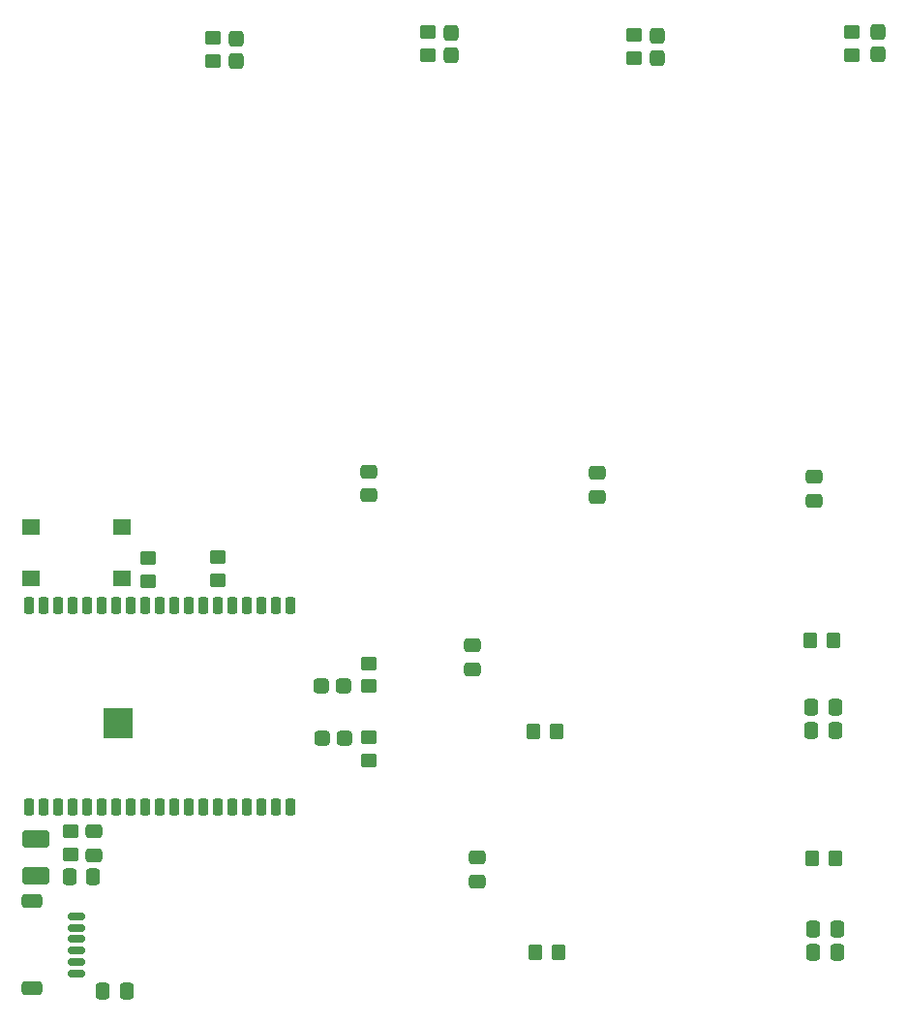
<source format=gbr>
%TF.GenerationSoftware,KiCad,Pcbnew,(6.0.2)*%
%TF.CreationDate,2022-05-13T11:42:35+02:00*%
%TF.ProjectId,shake-it-machine_pcb,7368616b-652d-4697-942d-6d616368696e,rev?*%
%TF.SameCoordinates,PXfad648a0PYf0f792d2*%
%TF.FileFunction,Paste,Top*%
%TF.FilePolarity,Positive*%
%FSLAX46Y46*%
G04 Gerber Fmt 4.6, Leading zero omitted, Abs format (unit mm)*
G04 Created by KiCad (PCBNEW (6.0.2)) date 2022-05-13 11:42:35*
%MOMM*%
%LPD*%
G01*
G04 APERTURE LIST*
G04 Aperture macros list*
%AMRoundRect*
0 Rectangle with rounded corners*
0 $1 Rounding radius*
0 $2 $3 $4 $5 $6 $7 $8 $9 X,Y pos of 4 corners*
0 Add a 4 corners polygon primitive as box body*
4,1,4,$2,$3,$4,$5,$6,$7,$8,$9,$2,$3,0*
0 Add four circle primitives for the rounded corners*
1,1,$1+$1,$2,$3*
1,1,$1+$1,$4,$5*
1,1,$1+$1,$6,$7*
1,1,$1+$1,$8,$9*
0 Add four rect primitives between the rounded corners*
20,1,$1+$1,$2,$3,$4,$5,0*
20,1,$1+$1,$4,$5,$6,$7,0*
20,1,$1+$1,$6,$7,$8,$9,0*
20,1,$1+$1,$8,$9,$2,$3,0*%
G04 Aperture macros list end*
%ADD10C,0.010000*%
%ADD11RoundRect,0.250000X-0.337500X-0.475000X0.337500X-0.475000X0.337500X0.475000X-0.337500X0.475000X0*%
%ADD12RoundRect,0.249999X0.400001X-0.412501X0.400001X0.412501X-0.400001X0.412501X-0.400001X-0.412501X0*%
%ADD13RoundRect,0.249999X0.450001X-0.350001X0.450001X0.350001X-0.450001X0.350001X-0.450001X-0.350001X0*%
%ADD14RoundRect,0.250000X-0.475000X0.337500X-0.475000X-0.337500X0.475000X-0.337500X0.475000X0.337500X0*%
%ADD15RoundRect,0.250000X-0.925000X0.500000X-0.925000X-0.500000X0.925000X-0.500000X0.925000X0.500000X0*%
%ADD16RoundRect,0.250000X0.475000X-0.337500X0.475000X0.337500X-0.475000X0.337500X-0.475000X-0.337500X0*%
%ADD17RoundRect,0.150000X-0.625000X0.150000X-0.625000X-0.150000X0.625000X-0.150000X0.625000X0.150000X0*%
%ADD18RoundRect,0.249999X-0.650001X0.350001X-0.650001X-0.350001X0.650001X-0.350001X0.650001X0.350001X0*%
%ADD19RoundRect,0.249600X-0.650400X0.350400X-0.650400X-0.350400X0.650400X-0.350400X0.650400X0.350400X0*%
%ADD20RoundRect,0.249999X0.350001X0.450001X-0.350001X0.450001X-0.350001X-0.450001X0.350001X-0.450001X0*%
%ADD21RoundRect,0.249999X-0.450001X0.350001X-0.450001X-0.350001X0.450001X-0.350001X0.450001X0.350001X0*%
%ADD22RoundRect,0.249999X-0.350001X-0.450001X0.350001X-0.450001X0.350001X0.450001X-0.350001X0.450001X0*%
%ADD23R,1.600000X1.400000*%
%ADD24RoundRect,0.213900X0.251100X-0.511100X0.251100X0.511100X-0.251100X0.511100X-0.251100X-0.511100X0*%
%ADD25RoundRect,0.249999X0.412501X0.400001X-0.412501X0.400001X-0.412501X-0.400001X0.412501X-0.400001X0*%
G04 APERTURE END LIST*
D10*
%TO.C,A1*%
X7669000Y27589052D02*
X7669000Y30122522D01*
X7669000Y30122522D02*
X10200044Y30122522D01*
X10200044Y30122522D02*
X10200044Y27589052D01*
X10200044Y27589052D02*
X7669000Y27589052D01*
G36*
X10200044Y27589052D02*
G01*
X7669000Y27589052D01*
X7669000Y30122522D01*
X10200044Y30122522D01*
X10200044Y27589052D01*
G37*
X10200044Y27589052D02*
X7669000Y27589052D01*
X7669000Y30122522D01*
X10200044Y30122522D01*
X10200044Y27589052D01*
%TD*%
D11*
%TO.C,C7*%
X69783700Y8774522D03*
X71858700Y8774522D03*
%TD*%
D12*
%TO.C,D11*%
X75444000Y87240522D03*
X75444000Y89165522D03*
%TD*%
%TO.C,D12*%
X56140000Y86933022D03*
X56140000Y88858022D03*
%TD*%
%TO.C,D13*%
X38106000Y87187022D03*
X38106000Y89112022D03*
%TD*%
%TO.C,D14*%
X19310000Y86679022D03*
X19310000Y88604022D03*
%TD*%
D13*
%TO.C,R38*%
X73158000Y87149522D03*
X73158000Y89149522D03*
%TD*%
%TO.C,R39*%
X54108000Y86895522D03*
X54108000Y88895522D03*
%TD*%
%TO.C,R40*%
X36074000Y87149522D03*
X36074000Y89149522D03*
%TD*%
%TO.C,R41*%
X17278000Y86641522D03*
X17278000Y88641522D03*
%TD*%
%TO.C,R4*%
X30867000Y32006122D03*
X30867000Y34006122D03*
%TD*%
D11*
%TO.C,C1*%
X69605900Y28103922D03*
X71680900Y28103922D03*
%TD*%
D14*
%TO.C,C3*%
X39985600Y35593022D03*
X39985600Y33518022D03*
%TD*%
D11*
%TO.C,C4*%
X69605900Y30212122D03*
X71680900Y30212122D03*
%TD*%
%TO.C,C5*%
X69783700Y10806522D03*
X71858700Y10806522D03*
%TD*%
D14*
%TO.C,C6*%
X40366600Y17025622D03*
X40366600Y14950622D03*
%TD*%
D11*
%TO.C,C17*%
X7655300Y5345522D03*
X9730300Y5345522D03*
%TD*%
D15*
%TO.C,C18*%
X1784000Y18654522D03*
X1784000Y15404522D03*
%TD*%
D11*
%TO.C,C19*%
X4708900Y15378522D03*
X6783900Y15378522D03*
%TD*%
D16*
%TO.C,C20*%
X6864000Y17262022D03*
X6864000Y19337022D03*
%TD*%
D17*
%TO.C,J6*%
X5308000Y11909522D03*
X5308000Y10909522D03*
X5308000Y9909522D03*
X5308000Y8909522D03*
X5308000Y7909522D03*
X5308000Y6909522D03*
D18*
X1433000Y5609522D03*
D19*
X1433000Y13209522D03*
%TD*%
D20*
%TO.C,R1*%
X71541800Y36028722D03*
X69541800Y36028722D03*
%TD*%
D21*
%TO.C,R2*%
X11639200Y43175522D03*
X11639200Y41175522D03*
%TD*%
D13*
%TO.C,R5*%
X4832000Y17299522D03*
X4832000Y19299522D03*
%TD*%
D21*
%TO.C,R6*%
X17659000Y43286522D03*
X17659000Y41286522D03*
%TD*%
D22*
%TO.C,R12*%
X45335600Y28027722D03*
X47335600Y28027722D03*
%TD*%
D20*
%TO.C,R24*%
X71694200Y17004122D03*
X69694200Y17004122D03*
%TD*%
D22*
%TO.C,R25*%
X45462600Y8749122D03*
X47462600Y8749122D03*
%TD*%
D23*
%TO.C,SW1*%
X9340000Y41449522D03*
X1340000Y41449522D03*
X9340000Y45949522D03*
X1340000Y45949522D03*
%TD*%
D21*
%TO.C,R3*%
X30917800Y27554522D03*
X30917800Y25554522D03*
%TD*%
D24*
%TO.C,A1*%
X1144000Y21427522D03*
X2414000Y21427522D03*
X3684000Y21427522D03*
X4954000Y21427522D03*
X6224000Y21427522D03*
X7494000Y21427522D03*
X8764000Y21427522D03*
X10034000Y21427522D03*
X11304000Y21427522D03*
X12574000Y21427522D03*
X13844000Y21427522D03*
X15114000Y21427522D03*
X16384000Y21427522D03*
X17654000Y21427522D03*
X18924000Y21427522D03*
X20194000Y21427522D03*
X21464000Y21427522D03*
X22734000Y21427522D03*
X24004000Y21427522D03*
X24004000Y39047522D03*
X22734000Y39047522D03*
X21464000Y39047522D03*
X20194000Y39047522D03*
X18924000Y39047522D03*
X17654000Y39047522D03*
X16384000Y39047522D03*
X15114000Y39047522D03*
X13844000Y39047522D03*
X12574000Y39047522D03*
X11304000Y39047522D03*
X10034000Y39047522D03*
X8764000Y39047522D03*
X7494000Y39047522D03*
X6224000Y39047522D03*
X4954000Y39047522D03*
X3684000Y39047522D03*
X2414000Y39047522D03*
X1144000Y39047522D03*
%TD*%
D25*
%TO.C,D1*%
X28781500Y27494322D03*
X26856500Y27494322D03*
%TD*%
%TO.C,D2*%
X28705300Y32015522D03*
X26780300Y32015522D03*
%TD*%
D16*
%TO.C,C12*%
X30867000Y48681822D03*
X30867000Y50756822D03*
%TD*%
%TO.C,C13*%
X50882200Y48554822D03*
X50882200Y50629822D03*
%TD*%
%TO.C,C11*%
X69856000Y48250022D03*
X69856000Y50325022D03*
%TD*%
M02*

</source>
